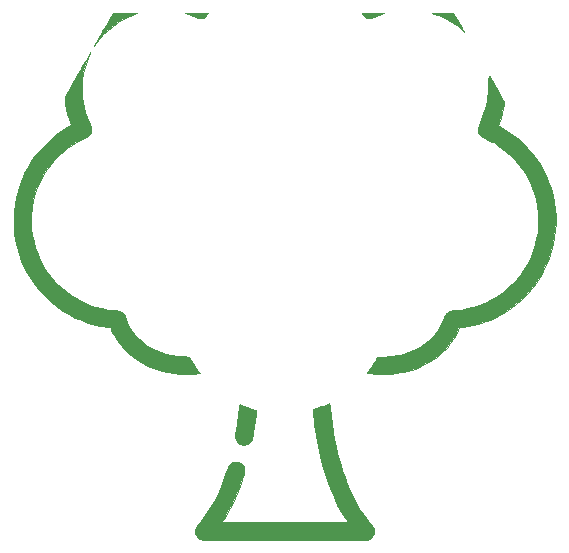
<source format=gbr>
G04 #@! TF.GenerationSoftware,KiCad,Pcbnew,5.1.5+dfsg1-2build2*
G04 #@! TF.CreationDate,2021-04-12T21:23:26-04:00*
G04 #@! TF.ProjectId,wood_tile,776f6f64-5f74-4696-9c65-2e6b69636164,rev?*
G04 #@! TF.SameCoordinates,Original*
G04 #@! TF.FileFunction,Legend,Top*
G04 #@! TF.FilePolarity,Positive*
%FSLAX46Y46*%
G04 Gerber Fmt 4.6, Leading zero omitted, Abs format (unit mm)*
G04 Created by KiCad (PCBNEW 5.1.5+dfsg1-2build2) date 2021-04-12 21:23:26*
%MOMM*%
%LPD*%
G04 APERTURE LIST*
%ADD10C,0.010000*%
G04 APERTURE END LIST*
D10*
G36*
X3916365Y-8139289D02*
G01*
X3925068Y-8196784D01*
X3935770Y-8280283D01*
X3947381Y-8381725D01*
X3950108Y-8407147D01*
X4033772Y-9143898D01*
X4124832Y-9841887D01*
X4223946Y-10504147D01*
X4331775Y-11133710D01*
X4448977Y-11733608D01*
X4576211Y-12306873D01*
X4714136Y-12856539D01*
X4863413Y-13385636D01*
X5024700Y-13897198D01*
X5198657Y-14394257D01*
X5322911Y-14721417D01*
X5589005Y-15354915D01*
X5883023Y-15970036D01*
X6202676Y-16562846D01*
X6545673Y-17129412D01*
X6909726Y-17665799D01*
X7292543Y-18168073D01*
X7417621Y-18319750D01*
X7488751Y-18408564D01*
X7555533Y-18499387D01*
X7609294Y-18580029D01*
X7635939Y-18626667D01*
X7664218Y-18688433D01*
X7681593Y-18744547D01*
X7690617Y-18808948D01*
X7693843Y-18895575D01*
X7694084Y-18944167D01*
X7692574Y-19045158D01*
X7686321Y-19118001D01*
X7672739Y-19176823D01*
X7649245Y-19235753D01*
X7635442Y-19264662D01*
X7547770Y-19398582D01*
X7427643Y-19516000D01*
X7284216Y-19608207D01*
X7263874Y-19618105D01*
X7143750Y-19674417D01*
X179917Y-19678412D01*
X-472606Y-19678769D01*
X-1084115Y-19679064D01*
X-1655928Y-19679290D01*
X-2189365Y-19679444D01*
X-2685745Y-19679521D01*
X-3146386Y-19679515D01*
X-3572609Y-19679421D01*
X-3965731Y-19679234D01*
X-4327073Y-19678950D01*
X-4657952Y-19678563D01*
X-4959688Y-19678068D01*
X-5233601Y-19677460D01*
X-5481008Y-19676734D01*
X-5703229Y-19675885D01*
X-5901583Y-19674908D01*
X-6077390Y-19673798D01*
X-6231967Y-19672550D01*
X-6366635Y-19671159D01*
X-6482712Y-19669619D01*
X-6581517Y-19667927D01*
X-6664369Y-19666076D01*
X-6732587Y-19664062D01*
X-6787491Y-19661879D01*
X-6830399Y-19659523D01*
X-6862630Y-19656989D01*
X-6885504Y-19654271D01*
X-6900333Y-19651367D01*
X-7056205Y-19589252D01*
X-7189795Y-19495363D01*
X-7298205Y-19375561D01*
X-7378535Y-19235710D01*
X-7427885Y-19081670D01*
X-7443357Y-18919304D01*
X-7422050Y-18754473D01*
X-7391235Y-18658890D01*
X-7366160Y-18613031D01*
X-7319470Y-18542688D01*
X-7256789Y-18455783D01*
X-7183738Y-18360239D01*
X-7143107Y-18309260D01*
X-6766162Y-17822274D01*
X-6419669Y-17329642D01*
X-6101001Y-16826419D01*
X-5807531Y-16307659D01*
X-5536634Y-15768416D01*
X-5285683Y-15203744D01*
X-5052050Y-14608698D01*
X-4833110Y-13978332D01*
X-4817287Y-13929733D01*
X-4773414Y-13797244D01*
X-4731069Y-13674585D01*
X-4692855Y-13568900D01*
X-4661374Y-13487337D01*
X-4639230Y-13437041D01*
X-4635093Y-13429591D01*
X-4569342Y-13345377D01*
X-4479381Y-13258815D01*
X-4380359Y-13183139D01*
X-4300552Y-13137338D01*
X-4240000Y-13113834D01*
X-4174530Y-13099733D01*
X-4090894Y-13093015D01*
X-4000500Y-13091599D01*
X-3903401Y-13092653D01*
X-3834554Y-13097863D01*
X-3779889Y-13110275D01*
X-3725340Y-13132938D01*
X-3665623Y-13164124D01*
X-3516350Y-13266577D01*
X-3402135Y-13392331D01*
X-3323953Y-13539765D01*
X-3282780Y-13707260D01*
X-3276244Y-13811250D01*
X-3278937Y-13882220D01*
X-3288723Y-13956617D01*
X-3307578Y-14043742D01*
X-3337481Y-14152901D01*
X-3375239Y-14276917D01*
X-3585072Y-14901911D01*
X-3820545Y-15520206D01*
X-4078668Y-16125248D01*
X-4356450Y-16710485D01*
X-4650898Y-17269364D01*
X-4959023Y-17795331D01*
X-5040438Y-17924990D01*
X-5099198Y-18017758D01*
X-5148868Y-18097216D01*
X-5185436Y-18156868D01*
X-5204893Y-18190215D01*
X-5207000Y-18194865D01*
X-5186130Y-18195614D01*
X-5124711Y-18196345D01*
X-5024526Y-18197056D01*
X-4887357Y-18197743D01*
X-4714989Y-18198404D01*
X-4509205Y-18199036D01*
X-4271789Y-18199636D01*
X-4004524Y-18200202D01*
X-3709193Y-18200730D01*
X-3387581Y-18201217D01*
X-3041470Y-18201662D01*
X-2672644Y-18202060D01*
X-2282886Y-18202410D01*
X-1873980Y-18202708D01*
X-1447710Y-18202951D01*
X-1005859Y-18203137D01*
X-550210Y-18203263D01*
X-82547Y-18203326D01*
X136871Y-18203334D01*
X5480741Y-18203334D01*
X5303178Y-17932016D01*
X4935261Y-17334219D01*
X4591229Y-16701813D01*
X4271243Y-16035252D01*
X3975466Y-15334990D01*
X3704059Y-14601480D01*
X3457184Y-13835177D01*
X3235004Y-13036533D01*
X3037680Y-12206003D01*
X2865374Y-11344039D01*
X2785080Y-10879667D01*
X2752758Y-10677266D01*
X2720419Y-10464957D01*
X2688564Y-10246844D01*
X2657696Y-10027031D01*
X2628319Y-9809624D01*
X2600934Y-9598725D01*
X2576045Y-9398441D01*
X2554153Y-9212876D01*
X2535762Y-9046133D01*
X2521373Y-8902319D01*
X2511490Y-8785536D01*
X2506615Y-8699891D01*
X2507251Y-8649487D01*
X2510575Y-8637785D01*
X2538058Y-8624582D01*
X2596095Y-8603181D01*
X2674587Y-8577185D01*
X2719917Y-8563113D01*
X2870172Y-8514636D01*
X3045599Y-8453405D01*
X3232924Y-8384390D01*
X3418875Y-8312563D01*
X3590179Y-8242893D01*
X3691574Y-8199264D01*
X3777419Y-8162404D01*
X3848103Y-8134292D01*
X3895340Y-8118080D01*
X3910749Y-8115860D01*
X3916365Y-8139289D01*
G37*
X3916365Y-8139289D02*
X3925068Y-8196784D01*
X3935770Y-8280283D01*
X3947381Y-8381725D01*
X3950108Y-8407147D01*
X4033772Y-9143898D01*
X4124832Y-9841887D01*
X4223946Y-10504147D01*
X4331775Y-11133710D01*
X4448977Y-11733608D01*
X4576211Y-12306873D01*
X4714136Y-12856539D01*
X4863413Y-13385636D01*
X5024700Y-13897198D01*
X5198657Y-14394257D01*
X5322911Y-14721417D01*
X5589005Y-15354915D01*
X5883023Y-15970036D01*
X6202676Y-16562846D01*
X6545673Y-17129412D01*
X6909726Y-17665799D01*
X7292543Y-18168073D01*
X7417621Y-18319750D01*
X7488751Y-18408564D01*
X7555533Y-18499387D01*
X7609294Y-18580029D01*
X7635939Y-18626667D01*
X7664218Y-18688433D01*
X7681593Y-18744547D01*
X7690617Y-18808948D01*
X7693843Y-18895575D01*
X7694084Y-18944167D01*
X7692574Y-19045158D01*
X7686321Y-19118001D01*
X7672739Y-19176823D01*
X7649245Y-19235753D01*
X7635442Y-19264662D01*
X7547770Y-19398582D01*
X7427643Y-19516000D01*
X7284216Y-19608207D01*
X7263874Y-19618105D01*
X7143750Y-19674417D01*
X179917Y-19678412D01*
X-472606Y-19678769D01*
X-1084115Y-19679064D01*
X-1655928Y-19679290D01*
X-2189365Y-19679444D01*
X-2685745Y-19679521D01*
X-3146386Y-19679515D01*
X-3572609Y-19679421D01*
X-3965731Y-19679234D01*
X-4327073Y-19678950D01*
X-4657952Y-19678563D01*
X-4959688Y-19678068D01*
X-5233601Y-19677460D01*
X-5481008Y-19676734D01*
X-5703229Y-19675885D01*
X-5901583Y-19674908D01*
X-6077390Y-19673798D01*
X-6231967Y-19672550D01*
X-6366635Y-19671159D01*
X-6482712Y-19669619D01*
X-6581517Y-19667927D01*
X-6664369Y-19666076D01*
X-6732587Y-19664062D01*
X-6787491Y-19661879D01*
X-6830399Y-19659523D01*
X-6862630Y-19656989D01*
X-6885504Y-19654271D01*
X-6900333Y-19651367D01*
X-7056205Y-19589252D01*
X-7189795Y-19495363D01*
X-7298205Y-19375561D01*
X-7378535Y-19235710D01*
X-7427885Y-19081670D01*
X-7443357Y-18919304D01*
X-7422050Y-18754473D01*
X-7391235Y-18658890D01*
X-7366160Y-18613031D01*
X-7319470Y-18542688D01*
X-7256789Y-18455783D01*
X-7183738Y-18360239D01*
X-7143107Y-18309260D01*
X-6766162Y-17822274D01*
X-6419669Y-17329642D01*
X-6101001Y-16826419D01*
X-5807531Y-16307659D01*
X-5536634Y-15768416D01*
X-5285683Y-15203744D01*
X-5052050Y-14608698D01*
X-4833110Y-13978332D01*
X-4817287Y-13929733D01*
X-4773414Y-13797244D01*
X-4731069Y-13674585D01*
X-4692855Y-13568900D01*
X-4661374Y-13487337D01*
X-4639230Y-13437041D01*
X-4635093Y-13429591D01*
X-4569342Y-13345377D01*
X-4479381Y-13258815D01*
X-4380359Y-13183139D01*
X-4300552Y-13137338D01*
X-4240000Y-13113834D01*
X-4174530Y-13099733D01*
X-4090894Y-13093015D01*
X-4000500Y-13091599D01*
X-3903401Y-13092653D01*
X-3834554Y-13097863D01*
X-3779889Y-13110275D01*
X-3725340Y-13132938D01*
X-3665623Y-13164124D01*
X-3516350Y-13266577D01*
X-3402135Y-13392331D01*
X-3323953Y-13539765D01*
X-3282780Y-13707260D01*
X-3276244Y-13811250D01*
X-3278937Y-13882220D01*
X-3288723Y-13956617D01*
X-3307578Y-14043742D01*
X-3337481Y-14152901D01*
X-3375239Y-14276917D01*
X-3585072Y-14901911D01*
X-3820545Y-15520206D01*
X-4078668Y-16125248D01*
X-4356450Y-16710485D01*
X-4650898Y-17269364D01*
X-4959023Y-17795331D01*
X-5040438Y-17924990D01*
X-5099198Y-18017758D01*
X-5148868Y-18097216D01*
X-5185436Y-18156868D01*
X-5204893Y-18190215D01*
X-5207000Y-18194865D01*
X-5186130Y-18195614D01*
X-5124711Y-18196345D01*
X-5024526Y-18197056D01*
X-4887357Y-18197743D01*
X-4714989Y-18198404D01*
X-4509205Y-18199036D01*
X-4271789Y-18199636D01*
X-4004524Y-18200202D01*
X-3709193Y-18200730D01*
X-3387581Y-18201217D01*
X-3041470Y-18201662D01*
X-2672644Y-18202060D01*
X-2282886Y-18202410D01*
X-1873980Y-18202708D01*
X-1447710Y-18202951D01*
X-1005859Y-18203137D01*
X-550210Y-18203263D01*
X-82547Y-18203326D01*
X136871Y-18203334D01*
X5480741Y-18203334D01*
X5303178Y-17932016D01*
X4935261Y-17334219D01*
X4591229Y-16701813D01*
X4271243Y-16035252D01*
X3975466Y-15334990D01*
X3704059Y-14601480D01*
X3457184Y-13835177D01*
X3235004Y-13036533D01*
X3037680Y-12206003D01*
X2865374Y-11344039D01*
X2785080Y-10879667D01*
X2752758Y-10677266D01*
X2720419Y-10464957D01*
X2688564Y-10246844D01*
X2657696Y-10027031D01*
X2628319Y-9809624D01*
X2600934Y-9598725D01*
X2576045Y-9398441D01*
X2554153Y-9212876D01*
X2535762Y-9046133D01*
X2521373Y-8902319D01*
X2511490Y-8785536D01*
X2506615Y-8699891D01*
X2507251Y-8649487D01*
X2510575Y-8637785D01*
X2538058Y-8624582D01*
X2596095Y-8603181D01*
X2674587Y-8577185D01*
X2719917Y-8563113D01*
X2870172Y-8514636D01*
X3045599Y-8453405D01*
X3232924Y-8384390D01*
X3418875Y-8312563D01*
X3590179Y-8242893D01*
X3691574Y-8199264D01*
X3777419Y-8162404D01*
X3848103Y-8134292D01*
X3895340Y-8118080D01*
X3910749Y-8115860D01*
X3916365Y-8139289D01*
G36*
X-3406703Y-8330338D02*
G01*
X-3296999Y-8373879D01*
X-3166574Y-8422736D01*
X-3023256Y-8474264D01*
X-2874870Y-8525819D01*
X-2729245Y-8574759D01*
X-2594207Y-8618438D01*
X-2477584Y-8654213D01*
X-2387203Y-8679441D01*
X-2343618Y-8689431D01*
X-2292936Y-8704629D01*
X-2266136Y-8723762D01*
X-2264870Y-8728314D01*
X-2267969Y-8760440D01*
X-2276724Y-8829274D01*
X-2290378Y-8929678D01*
X-2308174Y-9056517D01*
X-2329354Y-9204652D01*
X-2353162Y-9368948D01*
X-2378840Y-9544266D01*
X-2405632Y-9725471D01*
X-2432780Y-9907424D01*
X-2459527Y-10084990D01*
X-2485117Y-10253031D01*
X-2508792Y-10406410D01*
X-2529795Y-10539991D01*
X-2547369Y-10648636D01*
X-2551840Y-10675479D01*
X-2576282Y-10814121D01*
X-2601319Y-10944047D01*
X-2625284Y-11057458D01*
X-2646506Y-11146556D01*
X-2663317Y-11203541D01*
X-2666589Y-11211752D01*
X-2749243Y-11348602D01*
X-2862038Y-11462120D01*
X-2997989Y-11549312D01*
X-3150108Y-11607183D01*
X-3311411Y-11632741D01*
X-3474910Y-11622991D01*
X-3570571Y-11599140D01*
X-3696278Y-11539758D01*
X-3817970Y-11449713D01*
X-3923193Y-11339826D01*
X-3994562Y-11230859D01*
X-4024531Y-11163030D01*
X-4045335Y-11091430D01*
X-4056956Y-11010370D01*
X-4059375Y-10914157D01*
X-4052575Y-10797103D01*
X-4036537Y-10653516D01*
X-4011244Y-10477706D01*
X-3991775Y-10355349D01*
X-3970633Y-10222378D01*
X-3944785Y-10054389D01*
X-3915241Y-9858312D01*
X-3883011Y-9641074D01*
X-3849104Y-9409603D01*
X-3814531Y-9170829D01*
X-3780299Y-8931679D01*
X-3747421Y-8699082D01*
X-3716904Y-8479966D01*
X-3692932Y-8304738D01*
X-3681040Y-8216893D01*
X-3406703Y-8330338D01*
G37*
X-3406703Y-8330338D02*
X-3296999Y-8373879D01*
X-3166574Y-8422736D01*
X-3023256Y-8474264D01*
X-2874870Y-8525819D01*
X-2729245Y-8574759D01*
X-2594207Y-8618438D01*
X-2477584Y-8654213D01*
X-2387203Y-8679441D01*
X-2343618Y-8689431D01*
X-2292936Y-8704629D01*
X-2266136Y-8723762D01*
X-2264870Y-8728314D01*
X-2267969Y-8760440D01*
X-2276724Y-8829274D01*
X-2290378Y-8929678D01*
X-2308174Y-9056517D01*
X-2329354Y-9204652D01*
X-2353162Y-9368948D01*
X-2378840Y-9544266D01*
X-2405632Y-9725471D01*
X-2432780Y-9907424D01*
X-2459527Y-10084990D01*
X-2485117Y-10253031D01*
X-2508792Y-10406410D01*
X-2529795Y-10539991D01*
X-2547369Y-10648636D01*
X-2551840Y-10675479D01*
X-2576282Y-10814121D01*
X-2601319Y-10944047D01*
X-2625284Y-11057458D01*
X-2646506Y-11146556D01*
X-2663317Y-11203541D01*
X-2666589Y-11211752D01*
X-2749243Y-11348602D01*
X-2862038Y-11462120D01*
X-2997989Y-11549312D01*
X-3150108Y-11607183D01*
X-3311411Y-11632741D01*
X-3474910Y-11622991D01*
X-3570571Y-11599140D01*
X-3696278Y-11539758D01*
X-3817970Y-11449713D01*
X-3923193Y-11339826D01*
X-3994562Y-11230859D01*
X-4024531Y-11163030D01*
X-4045335Y-11091430D01*
X-4056956Y-11010370D01*
X-4059375Y-10914157D01*
X-4052575Y-10797103D01*
X-4036537Y-10653516D01*
X-4011244Y-10477706D01*
X-3991775Y-10355349D01*
X-3970633Y-10222378D01*
X-3944785Y-10054389D01*
X-3915241Y-9858312D01*
X-3883011Y-9641074D01*
X-3849104Y-9409603D01*
X-3814531Y-9170829D01*
X-3780299Y-8931679D01*
X-3747421Y-8699082D01*
X-3716904Y-8479966D01*
X-3692932Y-8304738D01*
X-3681040Y-8216893D01*
X-3406703Y-8330338D01*
G36*
X-16319657Y21589018D02*
G01*
X-16334730Y21548521D01*
X-16363017Y21482347D01*
X-16401953Y21396734D01*
X-16410582Y21378276D01*
X-16622648Y20878395D01*
X-16793133Y20371064D01*
X-16921937Y19856980D01*
X-17008961Y19336842D01*
X-17054105Y18811347D01*
X-17057270Y18281193D01*
X-17018357Y17747077D01*
X-16974002Y17420166D01*
X-16890469Y16989988D01*
X-16777266Y16566763D01*
X-16631949Y16142834D01*
X-16452075Y15710545D01*
X-16376261Y15546916D01*
X-16245416Y15271750D01*
X-16245518Y15070666D01*
X-16246931Y14971064D01*
X-16252801Y14899989D01*
X-16265753Y14843674D01*
X-16288412Y14788352D01*
X-16306065Y14753166D01*
X-16370938Y14647352D01*
X-16450359Y14556955D01*
X-16551279Y14476352D01*
X-16680651Y14399915D01*
X-16831065Y14328310D01*
X-17185568Y14158063D01*
X-17549292Y13956837D01*
X-17911694Y13731087D01*
X-18262232Y13487272D01*
X-18494797Y13309394D01*
X-18635128Y13192011D01*
X-18793017Y13050511D01*
X-18960842Y12892470D01*
X-19130985Y12725467D01*
X-19295825Y12557079D01*
X-19447742Y12394883D01*
X-19579115Y12246457D01*
X-19650442Y12160250D01*
X-19994564Y11696213D01*
X-20300095Y11214927D01*
X-20567140Y10716148D01*
X-20795805Y10199628D01*
X-20986194Y9665121D01*
X-21138412Y9112381D01*
X-21252565Y8541161D01*
X-21284621Y8329083D01*
X-21298566Y8201566D01*
X-21310395Y8040743D01*
X-21319929Y7855598D01*
X-21326990Y7655116D01*
X-21331401Y7448279D01*
X-21332983Y7244071D01*
X-21331558Y7051475D01*
X-21326950Y6879476D01*
X-21318978Y6737057D01*
X-21316687Y6709833D01*
X-21243917Y6135785D01*
X-21131561Y5575644D01*
X-20980165Y5030590D01*
X-20790273Y4501802D01*
X-20562429Y3990460D01*
X-20297179Y3497742D01*
X-19995066Y3024828D01*
X-19656636Y2572897D01*
X-19282432Y2143128D01*
X-19138566Y1993556D01*
X-18739193Y1618074D01*
X-18313333Y1272721D01*
X-17863928Y958880D01*
X-17393922Y677935D01*
X-16906258Y431268D01*
X-16403879Y220264D01*
X-15889728Y46305D01*
X-15366748Y-89225D01*
X-14837882Y-184943D01*
X-14401652Y-232772D01*
X-14215401Y-248478D01*
X-14065253Y-264841D01*
X-13944989Y-283526D01*
X-13848390Y-306198D01*
X-13769239Y-334522D01*
X-13701316Y-370163D01*
X-13638403Y-414784D01*
X-13599363Y-447533D01*
X-13535412Y-513225D01*
X-13479511Y-593595D01*
X-13427595Y-696203D01*
X-13375596Y-828610D01*
X-13343207Y-923843D01*
X-13200601Y-1297292D01*
X-13022512Y-1651403D01*
X-12807502Y-1988467D01*
X-12554136Y-2310776D01*
X-12309964Y-2572441D01*
X-11970700Y-2880834D01*
X-11602543Y-3159117D01*
X-11207299Y-3406332D01*
X-10786770Y-3621521D01*
X-10342761Y-3803725D01*
X-9877075Y-3951987D01*
X-9567333Y-4028878D01*
X-9358442Y-4072483D01*
X-9167270Y-4105759D01*
X-8980875Y-4130226D01*
X-8786312Y-4147401D01*
X-8570637Y-4158804D01*
X-8418201Y-4163705D01*
X-7956986Y-4175746D01*
X-7901808Y-4273331D01*
X-7865195Y-4338089D01*
X-7816657Y-4423944D01*
X-7765102Y-4515142D01*
X-7750909Y-4540250D01*
X-7697480Y-4630636D01*
X-7625465Y-4746592D01*
X-7540750Y-4879142D01*
X-7449218Y-5019311D01*
X-7356755Y-5158124D01*
X-7269244Y-5286605D01*
X-7192571Y-5395779D01*
X-7165985Y-5432397D01*
X-7070256Y-5562545D01*
X-7244586Y-5586464D01*
X-7473770Y-5612272D01*
X-7730946Y-5631606D01*
X-8002198Y-5643993D01*
X-8273614Y-5648962D01*
X-8531278Y-5646041D01*
X-8731250Y-5636859D01*
X-9257534Y-5583656D01*
X-9780296Y-5494804D01*
X-10294639Y-5371828D01*
X-10795665Y-5216254D01*
X-11278477Y-5029610D01*
X-11738178Y-4813420D01*
X-12169870Y-4569212D01*
X-12182642Y-4561278D01*
X-12467601Y-4371308D01*
X-12753641Y-4157057D01*
X-13033476Y-3925075D01*
X-13299823Y-3681913D01*
X-13545394Y-3434118D01*
X-13762906Y-3188241D01*
X-13891338Y-3025121D01*
X-14017886Y-2847080D01*
X-14144326Y-2654340D01*
X-14266035Y-2454991D01*
X-14378392Y-2257123D01*
X-14476775Y-2068825D01*
X-14556562Y-1898187D01*
X-14605747Y-1774655D01*
X-14633263Y-1697227D01*
X-14846673Y-1671971D01*
X-15400697Y-1586820D01*
X-15959568Y-1462669D01*
X-16517060Y-1301376D01*
X-17066950Y-1104800D01*
X-17603012Y-874801D01*
X-17748250Y-805415D01*
X-18283451Y-520461D01*
X-18797099Y-199910D01*
X-19287557Y154476D01*
X-19753186Y540939D01*
X-20192349Y957718D01*
X-20603407Y1403053D01*
X-20984723Y1875183D01*
X-21334658Y2372348D01*
X-21651575Y2892789D01*
X-21933835Y3434744D01*
X-22151583Y3926416D01*
X-22362459Y4499102D01*
X-22533215Y5082814D01*
X-22663924Y5675292D01*
X-22754661Y6274276D01*
X-22805499Y6877506D01*
X-22816513Y7482720D01*
X-22787776Y8087659D01*
X-22719361Y8690062D01*
X-22611343Y9287669D01*
X-22463797Y9878218D01*
X-22276794Y10459450D01*
X-22050410Y11029105D01*
X-21909508Y11335895D01*
X-21632022Y11864157D01*
X-21318264Y12374451D01*
X-20970628Y12864239D01*
X-20591508Y13330979D01*
X-20183298Y13772131D01*
X-19748391Y14185157D01*
X-19289183Y14567517D01*
X-18808066Y14916669D01*
X-18307435Y15230076D01*
X-18161000Y15312781D01*
X-18081962Y15357063D01*
X-18016895Y15394823D01*
X-17974821Y15420757D01*
X-17964540Y15428261D01*
X-17964571Y15453729D01*
X-17978058Y15509081D01*
X-18002459Y15585007D01*
X-18021861Y15638092D01*
X-18149797Y16006457D01*
X-18262902Y16398667D01*
X-18357921Y16800898D01*
X-18431596Y17199327D01*
X-18480671Y17580129D01*
X-18481574Y17589500D01*
X-18504800Y17832916D01*
X-17424599Y19703242D01*
X-17274849Y19962359D01*
X-17130789Y20211303D01*
X-16993860Y20447599D01*
X-16865503Y20668774D01*
X-16747161Y20872356D01*
X-16640275Y21055872D01*
X-16546287Y21216848D01*
X-16466637Y21352812D01*
X-16402768Y21461290D01*
X-16356120Y21539810D01*
X-16328137Y21585898D01*
X-16320365Y21597602D01*
X-16319657Y21589018D01*
G37*
X-16319657Y21589018D02*
X-16334730Y21548521D01*
X-16363017Y21482347D01*
X-16401953Y21396734D01*
X-16410582Y21378276D01*
X-16622648Y20878395D01*
X-16793133Y20371064D01*
X-16921937Y19856980D01*
X-17008961Y19336842D01*
X-17054105Y18811347D01*
X-17057270Y18281193D01*
X-17018357Y17747077D01*
X-16974002Y17420166D01*
X-16890469Y16989988D01*
X-16777266Y16566763D01*
X-16631949Y16142834D01*
X-16452075Y15710545D01*
X-16376261Y15546916D01*
X-16245416Y15271750D01*
X-16245518Y15070666D01*
X-16246931Y14971064D01*
X-16252801Y14899989D01*
X-16265753Y14843674D01*
X-16288412Y14788352D01*
X-16306065Y14753166D01*
X-16370938Y14647352D01*
X-16450359Y14556955D01*
X-16551279Y14476352D01*
X-16680651Y14399915D01*
X-16831065Y14328310D01*
X-17185568Y14158063D01*
X-17549292Y13956837D01*
X-17911694Y13731087D01*
X-18262232Y13487272D01*
X-18494797Y13309394D01*
X-18635128Y13192011D01*
X-18793017Y13050511D01*
X-18960842Y12892470D01*
X-19130985Y12725467D01*
X-19295825Y12557079D01*
X-19447742Y12394883D01*
X-19579115Y12246457D01*
X-19650442Y12160250D01*
X-19994564Y11696213D01*
X-20300095Y11214927D01*
X-20567140Y10716148D01*
X-20795805Y10199628D01*
X-20986194Y9665121D01*
X-21138412Y9112381D01*
X-21252565Y8541161D01*
X-21284621Y8329083D01*
X-21298566Y8201566D01*
X-21310395Y8040743D01*
X-21319929Y7855598D01*
X-21326990Y7655116D01*
X-21331401Y7448279D01*
X-21332983Y7244071D01*
X-21331558Y7051475D01*
X-21326950Y6879476D01*
X-21318978Y6737057D01*
X-21316687Y6709833D01*
X-21243917Y6135785D01*
X-21131561Y5575644D01*
X-20980165Y5030590D01*
X-20790273Y4501802D01*
X-20562429Y3990460D01*
X-20297179Y3497742D01*
X-19995066Y3024828D01*
X-19656636Y2572897D01*
X-19282432Y2143128D01*
X-19138566Y1993556D01*
X-18739193Y1618074D01*
X-18313333Y1272721D01*
X-17863928Y958880D01*
X-17393922Y677935D01*
X-16906258Y431268D01*
X-16403879Y220264D01*
X-15889728Y46305D01*
X-15366748Y-89225D01*
X-14837882Y-184943D01*
X-14401652Y-232772D01*
X-14215401Y-248478D01*
X-14065253Y-264841D01*
X-13944989Y-283526D01*
X-13848390Y-306198D01*
X-13769239Y-334522D01*
X-13701316Y-370163D01*
X-13638403Y-414784D01*
X-13599363Y-447533D01*
X-13535412Y-513225D01*
X-13479511Y-593595D01*
X-13427595Y-696203D01*
X-13375596Y-828610D01*
X-13343207Y-923843D01*
X-13200601Y-1297292D01*
X-13022512Y-1651403D01*
X-12807502Y-1988467D01*
X-12554136Y-2310776D01*
X-12309964Y-2572441D01*
X-11970700Y-2880834D01*
X-11602543Y-3159117D01*
X-11207299Y-3406332D01*
X-10786770Y-3621521D01*
X-10342761Y-3803725D01*
X-9877075Y-3951987D01*
X-9567333Y-4028878D01*
X-9358442Y-4072483D01*
X-9167270Y-4105759D01*
X-8980875Y-4130226D01*
X-8786312Y-4147401D01*
X-8570637Y-4158804D01*
X-8418201Y-4163705D01*
X-7956986Y-4175746D01*
X-7901808Y-4273331D01*
X-7865195Y-4338089D01*
X-7816657Y-4423944D01*
X-7765102Y-4515142D01*
X-7750909Y-4540250D01*
X-7697480Y-4630636D01*
X-7625465Y-4746592D01*
X-7540750Y-4879142D01*
X-7449218Y-5019311D01*
X-7356755Y-5158124D01*
X-7269244Y-5286605D01*
X-7192571Y-5395779D01*
X-7165985Y-5432397D01*
X-7070256Y-5562545D01*
X-7244586Y-5586464D01*
X-7473770Y-5612272D01*
X-7730946Y-5631606D01*
X-8002198Y-5643993D01*
X-8273614Y-5648962D01*
X-8531278Y-5646041D01*
X-8731250Y-5636859D01*
X-9257534Y-5583656D01*
X-9780296Y-5494804D01*
X-10294639Y-5371828D01*
X-10795665Y-5216254D01*
X-11278477Y-5029610D01*
X-11738178Y-4813420D01*
X-12169870Y-4569212D01*
X-12182642Y-4561278D01*
X-12467601Y-4371308D01*
X-12753641Y-4157057D01*
X-13033476Y-3925075D01*
X-13299823Y-3681913D01*
X-13545394Y-3434118D01*
X-13762906Y-3188241D01*
X-13891338Y-3025121D01*
X-14017886Y-2847080D01*
X-14144326Y-2654340D01*
X-14266035Y-2454991D01*
X-14378392Y-2257123D01*
X-14476775Y-2068825D01*
X-14556562Y-1898187D01*
X-14605747Y-1774655D01*
X-14633263Y-1697227D01*
X-14846673Y-1671971D01*
X-15400697Y-1586820D01*
X-15959568Y-1462669D01*
X-16517060Y-1301376D01*
X-17066950Y-1104800D01*
X-17603012Y-874801D01*
X-17748250Y-805415D01*
X-18283451Y-520461D01*
X-18797099Y-199910D01*
X-19287557Y154476D01*
X-19753186Y540939D01*
X-20192349Y957718D01*
X-20603407Y1403053D01*
X-20984723Y1875183D01*
X-21334658Y2372348D01*
X-21651575Y2892789D01*
X-21933835Y3434744D01*
X-22151583Y3926416D01*
X-22362459Y4499102D01*
X-22533215Y5082814D01*
X-22663924Y5675292D01*
X-22754661Y6274276D01*
X-22805499Y6877506D01*
X-22816513Y7482720D01*
X-22787776Y8087659D01*
X-22719361Y8690062D01*
X-22611343Y9287669D01*
X-22463797Y9878218D01*
X-22276794Y10459450D01*
X-22050410Y11029105D01*
X-21909508Y11335895D01*
X-21632022Y11864157D01*
X-21318264Y12374451D01*
X-20970628Y12864239D01*
X-20591508Y13330979D01*
X-20183298Y13772131D01*
X-19748391Y14185157D01*
X-19289183Y14567517D01*
X-18808066Y14916669D01*
X-18307435Y15230076D01*
X-18161000Y15312781D01*
X-18081962Y15357063D01*
X-18016895Y15394823D01*
X-17974821Y15420757D01*
X-17964540Y15428261D01*
X-17964571Y15453729D01*
X-17978058Y15509081D01*
X-18002459Y15585007D01*
X-18021861Y15638092D01*
X-18149797Y16006457D01*
X-18262902Y16398667D01*
X-18357921Y16800898D01*
X-18431596Y17199327D01*
X-18480671Y17580129D01*
X-18481574Y17589500D01*
X-18504800Y17832916D01*
X-17424599Y19703242D01*
X-17274849Y19962359D01*
X-17130789Y20211303D01*
X-16993860Y20447599D01*
X-16865503Y20668774D01*
X-16747161Y20872356D01*
X-16640275Y21055872D01*
X-16546287Y21216848D01*
X-16466637Y21352812D01*
X-16402768Y21461290D01*
X-16356120Y21539810D01*
X-16328137Y21585898D01*
X-16320365Y21597602D01*
X-16319657Y21589018D01*
G36*
X17476280Y19549439D02*
G01*
X17494455Y19531167D01*
X17522061Y19494415D01*
X17560493Y19436916D01*
X17611146Y19356405D01*
X17675415Y19250616D01*
X17754695Y19117281D01*
X17850381Y18954135D01*
X17963869Y18758912D01*
X18096552Y18529344D01*
X18114413Y18498371D01*
X18734575Y17422656D01*
X18678245Y17098942D01*
X18567665Y16562970D01*
X18426412Y16047465D01*
X18266636Y15585652D01*
X18208341Y15433888D01*
X18463951Y15289319D01*
X18990323Y14967387D01*
X19493051Y14610694D01*
X19970645Y14220551D01*
X20421614Y13798270D01*
X20844471Y13345162D01*
X21237724Y12862538D01*
X21272577Y12816416D01*
X21624877Y12312250D01*
X21940444Y11787680D01*
X22218710Y11244306D01*
X22459107Y10683731D01*
X22661066Y10107555D01*
X22824019Y9517379D01*
X22947398Y8914804D01*
X23030635Y8301431D01*
X23070372Y7750631D01*
X23076188Y7132088D01*
X23041216Y6520660D01*
X22966414Y5918008D01*
X22852742Y5325790D01*
X22701159Y4745665D01*
X22512623Y4179291D01*
X22288095Y3628328D01*
X22028532Y3094434D01*
X21734894Y2579268D01*
X21408141Y2084489D01*
X21049230Y1611756D01*
X20659121Y1162727D01*
X20238774Y739061D01*
X19789147Y342418D01*
X19311200Y-25544D01*
X18805890Y-363167D01*
X18274179Y-668791D01*
X18171584Y-722418D01*
X17821363Y-895202D01*
X17479561Y-1047786D01*
X17139416Y-1182235D01*
X16794169Y-1300615D01*
X16437056Y-1404991D01*
X16061319Y-1497427D01*
X15660194Y-1579990D01*
X15226922Y-1654744D01*
X15011930Y-1687522D01*
X14900277Y-1703917D01*
X14799054Y-1936750D01*
X14612570Y-2317746D01*
X14387884Y-2693267D01*
X14129128Y-3057665D01*
X13840434Y-3405293D01*
X13525932Y-3730502D01*
X13404080Y-3843812D01*
X13000496Y-4179822D01*
X12570627Y-4483123D01*
X12115712Y-4753174D01*
X11636989Y-4989431D01*
X11135695Y-5191351D01*
X10613068Y-5358393D01*
X10070347Y-5490013D01*
X9508770Y-5585668D01*
X9398000Y-5599982D01*
X9280741Y-5611369D01*
X9131681Y-5621256D01*
X8959501Y-5629472D01*
X8772883Y-5635845D01*
X8580511Y-5640205D01*
X8391067Y-5642379D01*
X8213232Y-5642196D01*
X8055690Y-5639484D01*
X7927122Y-5634072D01*
X7874000Y-5630079D01*
X7760241Y-5618532D01*
X7637062Y-5604347D01*
X7512290Y-5588620D01*
X7393756Y-5572442D01*
X7289286Y-5556909D01*
X7206712Y-5543114D01*
X7153860Y-5532150D01*
X7139920Y-5527524D01*
X7137521Y-5503375D01*
X7166020Y-5450392D01*
X7211328Y-5386893D01*
X7293198Y-5274563D01*
X7389285Y-5135493D01*
X7493012Y-4979819D01*
X7597802Y-4817675D01*
X7697079Y-4659197D01*
X7784265Y-4514519D01*
X7836280Y-4423834D01*
X7971791Y-4180417D01*
X8542021Y-4167801D01*
X8927569Y-4152219D01*
X9281642Y-4122188D01*
X9613151Y-4075947D01*
X9931007Y-4011737D01*
X10244121Y-3927796D01*
X10561405Y-3822365D01*
X10845039Y-3712903D01*
X11231395Y-3536446D01*
X11603139Y-3329402D01*
X11956237Y-3095096D01*
X12286651Y-2836854D01*
X12590348Y-2558001D01*
X12863292Y-2261863D01*
X13101447Y-1951765D01*
X13237400Y-1741421D01*
X13315563Y-1600971D01*
X13397745Y-1436312D01*
X13477385Y-1261897D01*
X13547919Y-1092182D01*
X13602787Y-941619D01*
X13608428Y-924203D01*
X13652818Y-791212D01*
X13692452Y-690219D01*
X13732190Y-611996D01*
X13776891Y-547315D01*
X13831415Y-486946D01*
X13846545Y-472033D01*
X13931868Y-398934D01*
X14021859Y-344068D01*
X14125229Y-304330D01*
X14250691Y-276615D01*
X14406958Y-257816D01*
X14459385Y-253582D01*
X15024483Y-193837D01*
X15568153Y-99561D01*
X16094704Y30162D01*
X16608443Y196249D01*
X16658167Y214481D01*
X16832723Y283937D01*
X17031692Y371114D01*
X17244763Y470883D01*
X17461625Y578115D01*
X17671970Y687680D01*
X17865485Y794449D01*
X18031860Y893293D01*
X18065750Y914717D01*
X18536511Y1241025D01*
X18978195Y1597004D01*
X19389700Y1981056D01*
X19769923Y2391580D01*
X20117760Y2826977D01*
X20432108Y3285647D01*
X20711863Y3765992D01*
X20955923Y4266413D01*
X21163184Y4785308D01*
X21332543Y5321080D01*
X21453695Y5826365D01*
X21545252Y6378804D01*
X21595891Y6936336D01*
X21605865Y7495835D01*
X21575427Y8054175D01*
X21504830Y8608231D01*
X21394328Y9154875D01*
X21244176Y9690983D01*
X21109120Y10075333D01*
X20884592Y10603963D01*
X20625020Y11109268D01*
X20331190Y11590256D01*
X20003890Y12045938D01*
X19643907Y12475322D01*
X19252027Y12877418D01*
X18829037Y13251237D01*
X18375726Y13595786D01*
X18235084Y13692525D01*
X18084857Y13792181D01*
X17950421Y13877975D01*
X17822580Y13955112D01*
X17692139Y14028800D01*
X17549902Y14104245D01*
X17386673Y14186653D01*
X17207491Y14274337D01*
X17058237Y14347697D01*
X16942263Y14407379D01*
X16854038Y14456611D01*
X16788032Y14498622D01*
X16738714Y14536639D01*
X16708005Y14565878D01*
X16601569Y14705072D01*
X16531115Y14858824D01*
X16498606Y15020876D01*
X16506007Y15184972D01*
X16508852Y15200415D01*
X16526877Y15264224D01*
X16559724Y15354954D01*
X16603135Y15461737D01*
X16652851Y15573704D01*
X16666828Y15603468D01*
X16878228Y16093018D01*
X17047416Y16583961D01*
X17174342Y17076153D01*
X17197365Y17188556D01*
X17232136Y17375917D01*
X17260011Y17549179D01*
X17281704Y17716822D01*
X17297929Y17887326D01*
X17309403Y18069171D01*
X17316841Y18270838D01*
X17320956Y18500806D01*
X17322186Y18669000D01*
X17324917Y19314583D01*
X17381474Y19421746D01*
X17417478Y19484812D01*
X17450175Y19533499D01*
X17466141Y19551498D01*
X17476280Y19549439D01*
G37*
X17476280Y19549439D02*
X17494455Y19531167D01*
X17522061Y19494415D01*
X17560493Y19436916D01*
X17611146Y19356405D01*
X17675415Y19250616D01*
X17754695Y19117281D01*
X17850381Y18954135D01*
X17963869Y18758912D01*
X18096552Y18529344D01*
X18114413Y18498371D01*
X18734575Y17422656D01*
X18678245Y17098942D01*
X18567665Y16562970D01*
X18426412Y16047465D01*
X18266636Y15585652D01*
X18208341Y15433888D01*
X18463951Y15289319D01*
X18990323Y14967387D01*
X19493051Y14610694D01*
X19970645Y14220551D01*
X20421614Y13798270D01*
X20844471Y13345162D01*
X21237724Y12862538D01*
X21272577Y12816416D01*
X21624877Y12312250D01*
X21940444Y11787680D01*
X22218710Y11244306D01*
X22459107Y10683731D01*
X22661066Y10107555D01*
X22824019Y9517379D01*
X22947398Y8914804D01*
X23030635Y8301431D01*
X23070372Y7750631D01*
X23076188Y7132088D01*
X23041216Y6520660D01*
X22966414Y5918008D01*
X22852742Y5325790D01*
X22701159Y4745665D01*
X22512623Y4179291D01*
X22288095Y3628328D01*
X22028532Y3094434D01*
X21734894Y2579268D01*
X21408141Y2084489D01*
X21049230Y1611756D01*
X20659121Y1162727D01*
X20238774Y739061D01*
X19789147Y342418D01*
X19311200Y-25544D01*
X18805890Y-363167D01*
X18274179Y-668791D01*
X18171584Y-722418D01*
X17821363Y-895202D01*
X17479561Y-1047786D01*
X17139416Y-1182235D01*
X16794169Y-1300615D01*
X16437056Y-1404991D01*
X16061319Y-1497427D01*
X15660194Y-1579990D01*
X15226922Y-1654744D01*
X15011930Y-1687522D01*
X14900277Y-1703917D01*
X14799054Y-1936750D01*
X14612570Y-2317746D01*
X14387884Y-2693267D01*
X14129128Y-3057665D01*
X13840434Y-3405293D01*
X13525932Y-3730502D01*
X13404080Y-3843812D01*
X13000496Y-4179822D01*
X12570627Y-4483123D01*
X12115712Y-4753174D01*
X11636989Y-4989431D01*
X11135695Y-5191351D01*
X10613068Y-5358393D01*
X10070347Y-5490013D01*
X9508770Y-5585668D01*
X9398000Y-5599982D01*
X9280741Y-5611369D01*
X9131681Y-5621256D01*
X8959501Y-5629472D01*
X8772883Y-5635845D01*
X8580511Y-5640205D01*
X8391067Y-5642379D01*
X8213232Y-5642196D01*
X8055690Y-5639484D01*
X7927122Y-5634072D01*
X7874000Y-5630079D01*
X7760241Y-5618532D01*
X7637062Y-5604347D01*
X7512290Y-5588620D01*
X7393756Y-5572442D01*
X7289286Y-5556909D01*
X7206712Y-5543114D01*
X7153860Y-5532150D01*
X7139920Y-5527524D01*
X7137521Y-5503375D01*
X7166020Y-5450392D01*
X7211328Y-5386893D01*
X7293198Y-5274563D01*
X7389285Y-5135493D01*
X7493012Y-4979819D01*
X7597802Y-4817675D01*
X7697079Y-4659197D01*
X7784265Y-4514519D01*
X7836280Y-4423834D01*
X7971791Y-4180417D01*
X8542021Y-4167801D01*
X8927569Y-4152219D01*
X9281642Y-4122188D01*
X9613151Y-4075947D01*
X9931007Y-4011737D01*
X10244121Y-3927796D01*
X10561405Y-3822365D01*
X10845039Y-3712903D01*
X11231395Y-3536446D01*
X11603139Y-3329402D01*
X11956237Y-3095096D01*
X12286651Y-2836854D01*
X12590348Y-2558001D01*
X12863292Y-2261863D01*
X13101447Y-1951765D01*
X13237400Y-1741421D01*
X13315563Y-1600971D01*
X13397745Y-1436312D01*
X13477385Y-1261897D01*
X13547919Y-1092182D01*
X13602787Y-941619D01*
X13608428Y-924203D01*
X13652818Y-791212D01*
X13692452Y-690219D01*
X13732190Y-611996D01*
X13776891Y-547315D01*
X13831415Y-486946D01*
X13846545Y-472033D01*
X13931868Y-398934D01*
X14021859Y-344068D01*
X14125229Y-304330D01*
X14250691Y-276615D01*
X14406958Y-257816D01*
X14459385Y-253582D01*
X15024483Y-193837D01*
X15568153Y-99561D01*
X16094704Y30162D01*
X16608443Y196249D01*
X16658167Y214481D01*
X16832723Y283937D01*
X17031692Y371114D01*
X17244763Y470883D01*
X17461625Y578115D01*
X17671970Y687680D01*
X17865485Y794449D01*
X18031860Y893293D01*
X18065750Y914717D01*
X18536511Y1241025D01*
X18978195Y1597004D01*
X19389700Y1981056D01*
X19769923Y2391580D01*
X20117760Y2826977D01*
X20432108Y3285647D01*
X20711863Y3765992D01*
X20955923Y4266413D01*
X21163184Y4785308D01*
X21332543Y5321080D01*
X21453695Y5826365D01*
X21545252Y6378804D01*
X21595891Y6936336D01*
X21605865Y7495835D01*
X21575427Y8054175D01*
X21504830Y8608231D01*
X21394328Y9154875D01*
X21244176Y9690983D01*
X21109120Y10075333D01*
X20884592Y10603963D01*
X20625020Y11109268D01*
X20331190Y11590256D01*
X20003890Y12045938D01*
X19643907Y12475322D01*
X19252027Y12877418D01*
X18829037Y13251237D01*
X18375726Y13595786D01*
X18235084Y13692525D01*
X18084857Y13792181D01*
X17950421Y13877975D01*
X17822580Y13955112D01*
X17692139Y14028800D01*
X17549902Y14104245D01*
X17386673Y14186653D01*
X17207491Y14274337D01*
X17058237Y14347697D01*
X16942263Y14407379D01*
X16854038Y14456611D01*
X16788032Y14498622D01*
X16738714Y14536639D01*
X16708005Y14565878D01*
X16601569Y14705072D01*
X16531115Y14858824D01*
X16498606Y15020876D01*
X16506007Y15184972D01*
X16508852Y15200415D01*
X16526877Y15264224D01*
X16559724Y15354954D01*
X16603135Y15461737D01*
X16652851Y15573704D01*
X16666828Y15603468D01*
X16878228Y16093018D01*
X17047416Y16583961D01*
X17174342Y17076153D01*
X17197365Y17188556D01*
X17232136Y17375917D01*
X17260011Y17549179D01*
X17281704Y17716822D01*
X17297929Y17887326D01*
X17309403Y18069171D01*
X17316841Y18270838D01*
X17320956Y18500806D01*
X17322186Y18669000D01*
X17324917Y19314583D01*
X17381474Y19421746D01*
X17417478Y19484812D01*
X17450175Y19533499D01*
X17466141Y19551498D01*
X17476280Y19549439D01*
G36*
X-13188006Y24933975D02*
G01*
X-13000158Y24932949D01*
X-12830476Y24931326D01*
X-12682942Y24929177D01*
X-12561541Y24926574D01*
X-12470255Y24923588D01*
X-12413067Y24920290D01*
X-12393960Y24916752D01*
X-12394142Y24916506D01*
X-12422401Y24901728D01*
X-12480052Y24877976D01*
X-12556305Y24849604D01*
X-12583583Y24840015D01*
X-12769248Y24770531D01*
X-12975670Y24684524D01*
X-13188141Y24588580D01*
X-13391950Y24489286D01*
X-13534757Y24414125D01*
X-13993262Y24139816D01*
X-14424155Y23834382D01*
X-14828532Y23496831D01*
X-15207491Y23126170D01*
X-15562129Y22721405D01*
X-15893543Y22281546D01*
X-15896080Y22277916D01*
X-15947431Y22206104D01*
X-15986927Y22154160D01*
X-16010465Y22127240D01*
X-16014452Y22129143D01*
X-16001721Y22153823D01*
X-15969476Y22212212D01*
X-15919393Y22301369D01*
X-15853148Y22418354D01*
X-15772417Y22560227D01*
X-15678877Y22724048D01*
X-15574204Y22906878D01*
X-15460073Y23105775D01*
X-15338162Y23317801D01*
X-15210146Y23540015D01*
X-15202888Y23552601D01*
X-14406043Y24934333D01*
X-13390038Y24934333D01*
X-13188006Y24933975D01*
G37*
X-13188006Y24933975D02*
X-13000158Y24932949D01*
X-12830476Y24931326D01*
X-12682942Y24929177D01*
X-12561541Y24926574D01*
X-12470255Y24923588D01*
X-12413067Y24920290D01*
X-12393960Y24916752D01*
X-12394142Y24916506D01*
X-12422401Y24901728D01*
X-12480052Y24877976D01*
X-12556305Y24849604D01*
X-12583583Y24840015D01*
X-12769248Y24770531D01*
X-12975670Y24684524D01*
X-13188141Y24588580D01*
X-13391950Y24489286D01*
X-13534757Y24414125D01*
X-13993262Y24139816D01*
X-14424155Y23834382D01*
X-14828532Y23496831D01*
X-15207491Y23126170D01*
X-15562129Y22721405D01*
X-15893543Y22281546D01*
X-15896080Y22277916D01*
X-15947431Y22206104D01*
X-15986927Y22154160D01*
X-16010465Y22127240D01*
X-16014452Y22129143D01*
X-16001721Y22153823D01*
X-15969476Y22212212D01*
X-15919393Y22301369D01*
X-15853148Y22418354D01*
X-15772417Y22560227D01*
X-15678877Y22724048D01*
X-15574204Y22906878D01*
X-15460073Y23105775D01*
X-15338162Y23317801D01*
X-15210146Y23540015D01*
X-15202888Y23552601D01*
X-14406043Y24934333D01*
X-13390038Y24934333D01*
X-13188006Y24933975D01*
G36*
X14018385Y24929421D02*
G01*
X14155427Y24928053D01*
X14265865Y24926066D01*
X14345219Y24923510D01*
X14389007Y24920440D01*
X14396199Y24918694D01*
X14411815Y24895530D01*
X14445187Y24840861D01*
X14493708Y24759229D01*
X14554775Y24655179D01*
X14625780Y24533253D01*
X14704120Y24397995D01*
X14787189Y24253949D01*
X14872381Y24105656D01*
X14957092Y23957661D01*
X15038715Y23814507D01*
X15114645Y23680738D01*
X15182277Y23560895D01*
X15239006Y23459524D01*
X15282226Y23381167D01*
X15309332Y23330367D01*
X15317740Y23311684D01*
X15299845Y23321785D01*
X15257359Y23355597D01*
X15196570Y23407871D01*
X15123767Y23473361D01*
X15121128Y23475782D01*
X14766366Y23776401D01*
X14379474Y24057922D01*
X13968057Y24315858D01*
X13539719Y24545722D01*
X13102063Y24743026D01*
X12752917Y24873536D01*
X12604750Y24923750D01*
X13492456Y24929277D01*
X13682418Y24930085D01*
X13859222Y24930115D01*
X14018385Y24929421D01*
G37*
X14018385Y24929421D02*
X14155427Y24928053D01*
X14265865Y24926066D01*
X14345219Y24923510D01*
X14389007Y24920440D01*
X14396199Y24918694D01*
X14411815Y24895530D01*
X14445187Y24840861D01*
X14493708Y24759229D01*
X14554775Y24655179D01*
X14625780Y24533253D01*
X14704120Y24397995D01*
X14787189Y24253949D01*
X14872381Y24105656D01*
X14957092Y23957661D01*
X15038715Y23814507D01*
X15114645Y23680738D01*
X15182277Y23560895D01*
X15239006Y23459524D01*
X15282226Y23381167D01*
X15309332Y23330367D01*
X15317740Y23311684D01*
X15299845Y23321785D01*
X15257359Y23355597D01*
X15196570Y23407871D01*
X15123767Y23473361D01*
X15121128Y23475782D01*
X14766366Y23776401D01*
X14379474Y24057922D01*
X13968057Y24315858D01*
X13539719Y24545722D01*
X13102063Y24743026D01*
X12752917Y24873536D01*
X12604750Y24923750D01*
X13492456Y24929277D01*
X13682418Y24930085D01*
X13859222Y24930115D01*
X14018385Y24929421D01*
G36*
X-7112890Y24934099D02*
G01*
X-6916748Y24933341D01*
X-6756932Y24931976D01*
X-6630441Y24929920D01*
X-6534273Y24927092D01*
X-6465425Y24923407D01*
X-6420895Y24918783D01*
X-6397681Y24913137D01*
X-6392440Y24907875D01*
X-6407288Y24867826D01*
X-6446236Y24809685D01*
X-6501227Y24742893D01*
X-6564203Y24676889D01*
X-6627106Y24621115D01*
X-6654165Y24601246D01*
X-6806921Y24523064D01*
X-6971525Y24483530D01*
X-7140736Y24483971D01*
X-7217833Y24497895D01*
X-7284258Y24518054D01*
X-7376105Y24551635D01*
X-7480629Y24593751D01*
X-7573318Y24634150D01*
X-7697375Y24688479D01*
X-7838239Y24747148D01*
X-7974991Y24801566D01*
X-8049568Y24829780D01*
X-8142472Y24864365D01*
X-8219846Y24893981D01*
X-8273586Y24915470D01*
X-8295569Y24925655D01*
X-8276958Y24927438D01*
X-8220179Y24929097D01*
X-8129397Y24930595D01*
X-8008775Y24931894D01*
X-7862480Y24932954D01*
X-7694676Y24933738D01*
X-7509528Y24934209D01*
X-7348361Y24934333D01*
X-7112890Y24934099D01*
G37*
X-7112890Y24934099D02*
X-6916748Y24933341D01*
X-6756932Y24931976D01*
X-6630441Y24929920D01*
X-6534273Y24927092D01*
X-6465425Y24923407D01*
X-6420895Y24918783D01*
X-6397681Y24913137D01*
X-6392440Y24907875D01*
X-6407288Y24867826D01*
X-6446236Y24809685D01*
X-6501227Y24742893D01*
X-6564203Y24676889D01*
X-6627106Y24621115D01*
X-6654165Y24601246D01*
X-6806921Y24523064D01*
X-6971525Y24483530D01*
X-7140736Y24483971D01*
X-7217833Y24497895D01*
X-7284258Y24518054D01*
X-7376105Y24551635D01*
X-7480629Y24593751D01*
X-7573318Y24634150D01*
X-7697375Y24688479D01*
X-7838239Y24747148D01*
X-7974991Y24801566D01*
X-8049568Y24829780D01*
X-8142472Y24864365D01*
X-8219846Y24893981D01*
X-8273586Y24915470D01*
X-8295569Y24925655D01*
X-8276958Y24927438D01*
X-8220179Y24929097D01*
X-8129397Y24930595D01*
X-8008775Y24931894D01*
X-7862480Y24932954D01*
X-7694676Y24933738D01*
X-7509528Y24934209D01*
X-7348361Y24934333D01*
X-7112890Y24934099D01*
G36*
X7809803Y24934151D02*
G01*
X7993290Y24933628D01*
X8158721Y24932802D01*
X8301953Y24931711D01*
X8418846Y24930392D01*
X8505259Y24928882D01*
X8557049Y24927219D01*
X8570736Y24925691D01*
X8548656Y24915704D01*
X8494267Y24894343D01*
X8415122Y24864492D01*
X8318773Y24829031D01*
X8290840Y24818887D01*
X8162519Y24770544D01*
X8021968Y24714562D01*
X7887527Y24658394D01*
X7791491Y24615952D01*
X7621265Y24544697D01*
X7472200Y24496390D01*
X7348970Y24472402D01*
X7294319Y24470060D01*
X7249213Y24476174D01*
X7181439Y24490379D01*
X7133167Y24502397D01*
X6973402Y24566084D01*
X6835046Y24664584D01*
X6723518Y24793544D01*
X6680819Y24865541D01*
X6645246Y24934333D01*
X7612401Y24934333D01*
X7809803Y24934151D01*
G37*
X7809803Y24934151D02*
X7993290Y24933628D01*
X8158721Y24932802D01*
X8301953Y24931711D01*
X8418846Y24930392D01*
X8505259Y24928882D01*
X8557049Y24927219D01*
X8570736Y24925691D01*
X8548656Y24915704D01*
X8494267Y24894343D01*
X8415122Y24864492D01*
X8318773Y24829031D01*
X8290840Y24818887D01*
X8162519Y24770544D01*
X8021968Y24714562D01*
X7887527Y24658394D01*
X7791491Y24615952D01*
X7621265Y24544697D01*
X7472200Y24496390D01*
X7348970Y24472402D01*
X7294319Y24470060D01*
X7249213Y24476174D01*
X7181439Y24490379D01*
X7133167Y24502397D01*
X6973402Y24566084D01*
X6835046Y24664584D01*
X6723518Y24793544D01*
X6680819Y24865541D01*
X6645246Y24934333D01*
X7612401Y24934333D01*
X7809803Y24934151D01*
M02*

</source>
